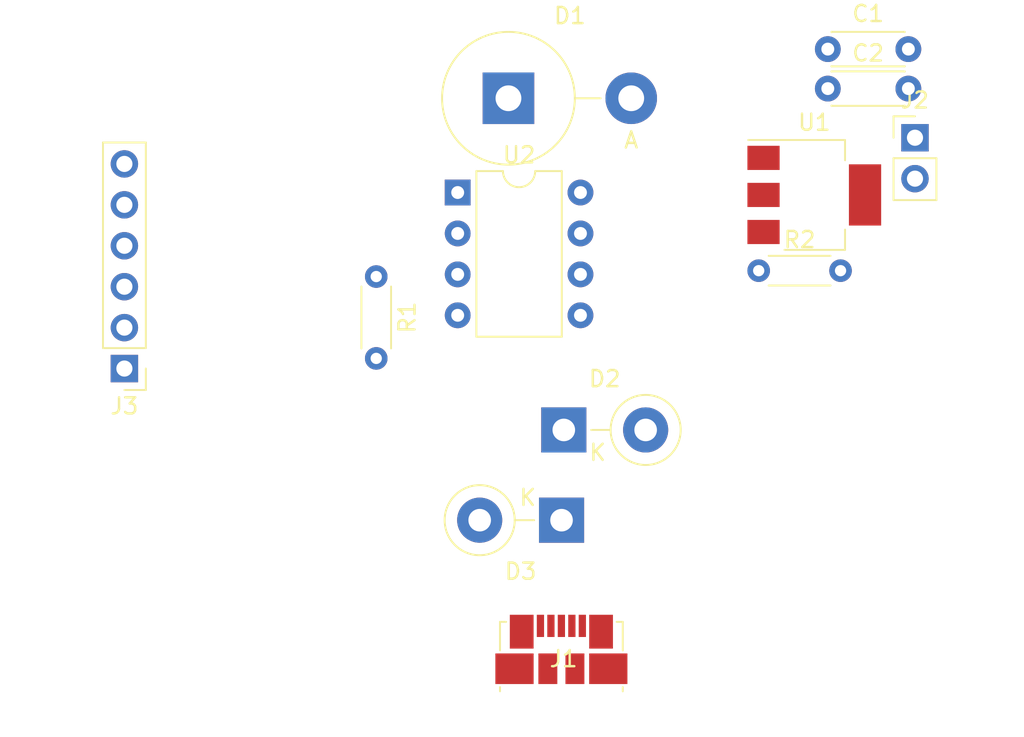
<source format=kicad_pcb>
(kicad_pcb (version 20171130) (host pcbnew "(5.0.2)-1")

  (general
    (thickness 1.6)
    (drawings 0)
    (tracks 0)
    (zones 0)
    (modules 12)
    (nets 13)
  )

  (page A4)
  (layers
    (0 F.Cu signal)
    (31 B.Cu signal)
    (32 B.Adhes user)
    (33 F.Adhes user)
    (34 B.Paste user)
    (35 F.Paste user)
    (36 B.SilkS user)
    (37 F.SilkS user)
    (38 B.Mask user)
    (39 F.Mask user)
    (40 Dwgs.User user)
    (41 Cmts.User user)
    (42 Eco1.User user)
    (43 Eco2.User user)
    (44 Edge.Cuts user)
    (45 Margin user)
    (46 B.CrtYd user)
    (47 F.CrtYd user)
    (48 B.Fab user)
    (49 F.Fab user)
  )

  (setup
    (last_trace_width 0.25)
    (trace_clearance 0.2)
    (zone_clearance 0.508)
    (zone_45_only no)
    (trace_min 0.2)
    (segment_width 0.2)
    (edge_width 0.15)
    (via_size 0.8)
    (via_drill 0.4)
    (via_min_size 0.4)
    (via_min_drill 0.3)
    (uvia_size 0.3)
    (uvia_drill 0.1)
    (uvias_allowed no)
    (uvia_min_size 0.2)
    (uvia_min_drill 0.1)
    (pcb_text_width 0.3)
    (pcb_text_size 1.5 1.5)
    (mod_edge_width 0.15)
    (mod_text_size 1 1)
    (mod_text_width 0.15)
    (pad_size 1.524 1.524)
    (pad_drill 0.762)
    (pad_to_mask_clearance 0.051)
    (solder_mask_min_width 0.25)
    (aux_axis_origin 0 0)
    (visible_elements FFFFFF7F)
    (pcbplotparams
      (layerselection 0x010fc_ffffffff)
      (usegerberextensions false)
      (usegerberattributes false)
      (usegerberadvancedattributes false)
      (creategerberjobfile false)
      (excludeedgelayer true)
      (linewidth 0.100000)
      (plotframeref false)
      (viasonmask false)
      (mode 1)
      (useauxorigin false)
      (hpglpennumber 1)
      (hpglpenspeed 20)
      (hpglpendiameter 15.000000)
      (psnegative false)
      (psa4output false)
      (plotreference true)
      (plotvalue true)
      (plotinvisibletext false)
      (padsonsilk false)
      (subtractmaskfromsilk false)
      (outputformat 1)
      (mirror false)
      (drillshape 1)
      (scaleselection 1)
      (outputdirectory ""))
  )

  (net 0 "")
  (net 1 "Net-(C1-Pad1)")
  (net 2 GND)
  (net 3 Vreg)
  (net 4 +5V)
  (net 5 "Net-(D2-Pad1)")
  (net 6 "Net-(D3-Pad1)")
  (net 7 "Net-(J3-Pad1)")
  (net 8 "Net-(J3-Pad2)")
  (net 9 "Net-(J3-Pad3)")
  (net 10 D-)
  (net 11 D+)
  (net 12 "Net-(J3-Pad6)")

  (net_class Default "Esta es la clase de red por defecto."
    (clearance 0.2)
    (trace_width 0.25)
    (via_dia 0.8)
    (via_drill 0.4)
    (uvia_dia 0.3)
    (uvia_drill 0.1)
    (add_net +5V)
    (add_net D+)
    (add_net D-)
    (add_net GND)
    (add_net "Net-(C1-Pad1)")
    (add_net "Net-(D2-Pad1)")
    (add_net "Net-(D3-Pad1)")
    (add_net "Net-(J3-Pad1)")
    (add_net "Net-(J3-Pad2)")
    (add_net "Net-(J3-Pad3)")
    (add_net "Net-(J3-Pad6)")
    (add_net Vreg)
  )

  (module Capacitor_THT:C_Disc_D4.3mm_W1.9mm_P5.00mm (layer F.Cu) (tedit 5AE50EF0) (tstamp 5CE98B82)
    (at 147.815001 66.615001)
    (descr "C, Disc series, Radial, pin pitch=5.00mm, , diameter*width=4.3*1.9mm^2, Capacitor, http://www.vishay.com/docs/45233/krseries.pdf")
    (tags "C Disc series Radial pin pitch 5.00mm  diameter 4.3mm width 1.9mm Capacitor")
    (path /5CC45ABF)
    (fp_text reference C1 (at 2.5 -2.2) (layer F.SilkS)
      (effects (font (size 1 1) (thickness 0.15)))
    )
    (fp_text value 0.22uF (at 2.5 2.2) (layer F.Fab)
      (effects (font (size 1 1) (thickness 0.15)))
    )
    (fp_line (start 0.35 -0.95) (end 0.35 0.95) (layer F.Fab) (width 0.1))
    (fp_line (start 0.35 0.95) (end 4.65 0.95) (layer F.Fab) (width 0.1))
    (fp_line (start 4.65 0.95) (end 4.65 -0.95) (layer F.Fab) (width 0.1))
    (fp_line (start 4.65 -0.95) (end 0.35 -0.95) (layer F.Fab) (width 0.1))
    (fp_line (start 0.23 -1.07) (end 4.77 -1.07) (layer F.SilkS) (width 0.12))
    (fp_line (start 0.23 1.07) (end 4.77 1.07) (layer F.SilkS) (width 0.12))
    (fp_line (start 0.23 -1.07) (end 0.23 -1.055) (layer F.SilkS) (width 0.12))
    (fp_line (start 0.23 1.055) (end 0.23 1.07) (layer F.SilkS) (width 0.12))
    (fp_line (start 4.77 -1.07) (end 4.77 -1.055) (layer F.SilkS) (width 0.12))
    (fp_line (start 4.77 1.055) (end 4.77 1.07) (layer F.SilkS) (width 0.12))
    (fp_line (start -1.05 -1.2) (end -1.05 1.2) (layer F.CrtYd) (width 0.05))
    (fp_line (start -1.05 1.2) (end 6.05 1.2) (layer F.CrtYd) (width 0.05))
    (fp_line (start 6.05 1.2) (end 6.05 -1.2) (layer F.CrtYd) (width 0.05))
    (fp_line (start 6.05 -1.2) (end -1.05 -1.2) (layer F.CrtYd) (width 0.05))
    (fp_text user %R (at 2.5 0) (layer F.Fab)
      (effects (font (size 0.86 0.86) (thickness 0.129)))
    )
    (pad 1 thru_hole circle (at 0 0) (size 1.6 1.6) (drill 0.8) (layers *.Cu *.Mask)
      (net 1 "Net-(C1-Pad1)"))
    (pad 2 thru_hole circle (at 5 0) (size 1.6 1.6) (drill 0.8) (layers *.Cu *.Mask)
      (net 2 GND))
    (model ${KISYS3DMOD}/Capacitor_THT.3dshapes/C_Disc_D4.3mm_W1.9mm_P5.00mm.wrl
      (at (xyz 0 0 0))
      (scale (xyz 1 1 1))
      (rotate (xyz 0 0 0))
    )
  )

  (module Capacitor_THT:C_Disc_D4.3mm_W1.9mm_P5.00mm (layer F.Cu) (tedit 5AE50EF0) (tstamp 5CE98B97)
    (at 147.815001 69.065001)
    (descr "C, Disc series, Radial, pin pitch=5.00mm, , diameter*width=4.3*1.9mm^2, Capacitor, http://www.vishay.com/docs/45233/krseries.pdf")
    (tags "C Disc series Radial pin pitch 5.00mm  diameter 4.3mm width 1.9mm Capacitor")
    (path /5CC45AF5)
    (fp_text reference C2 (at 2.5 -2.2) (layer F.SilkS)
      (effects (font (size 1 1) (thickness 0.15)))
    )
    (fp_text value 0.1uF (at 2.5 2.2) (layer F.Fab)
      (effects (font (size 1 1) (thickness 0.15)))
    )
    (fp_text user %R (at 2.5 0) (layer F.Fab)
      (effects (font (size 0.86 0.86) (thickness 0.129)))
    )
    (fp_line (start 6.05 -1.2) (end -1.05 -1.2) (layer F.CrtYd) (width 0.05))
    (fp_line (start 6.05 1.2) (end 6.05 -1.2) (layer F.CrtYd) (width 0.05))
    (fp_line (start -1.05 1.2) (end 6.05 1.2) (layer F.CrtYd) (width 0.05))
    (fp_line (start -1.05 -1.2) (end -1.05 1.2) (layer F.CrtYd) (width 0.05))
    (fp_line (start 4.77 1.055) (end 4.77 1.07) (layer F.SilkS) (width 0.12))
    (fp_line (start 4.77 -1.07) (end 4.77 -1.055) (layer F.SilkS) (width 0.12))
    (fp_line (start 0.23 1.055) (end 0.23 1.07) (layer F.SilkS) (width 0.12))
    (fp_line (start 0.23 -1.07) (end 0.23 -1.055) (layer F.SilkS) (width 0.12))
    (fp_line (start 0.23 1.07) (end 4.77 1.07) (layer F.SilkS) (width 0.12))
    (fp_line (start 0.23 -1.07) (end 4.77 -1.07) (layer F.SilkS) (width 0.12))
    (fp_line (start 4.65 -0.95) (end 0.35 -0.95) (layer F.Fab) (width 0.1))
    (fp_line (start 4.65 0.95) (end 4.65 -0.95) (layer F.Fab) (width 0.1))
    (fp_line (start 0.35 0.95) (end 4.65 0.95) (layer F.Fab) (width 0.1))
    (fp_line (start 0.35 -0.95) (end 0.35 0.95) (layer F.Fab) (width 0.1))
    (pad 2 thru_hole circle (at 5 0) (size 1.6 1.6) (drill 0.8) (layers *.Cu *.Mask)
      (net 2 GND))
    (pad 1 thru_hole circle (at 0 0) (size 1.6 1.6) (drill 0.8) (layers *.Cu *.Mask)
      (net 3 Vreg))
    (model ${KISYS3DMOD}/Capacitor_THT.3dshapes/C_Disc_D4.3mm_W1.9mm_P5.00mm.wrl
      (at (xyz 0 0 0))
      (scale (xyz 1 1 1))
      (rotate (xyz 0 0 0))
    )
  )

  (module Diode_THT:D_5KPW_P7.62mm_Vertical_AnodeUp (layer F.Cu) (tedit 5AE50CD5) (tstamp 5CE98BA8)
    (at 127.995001 69.665001)
    (descr "Diode, 5KPW series, Axial, Vertical, pin pitch=7.62mm, , length*diameter=9*8mm^2, , http://www.diodes.com/_files/packages/8686949.gif")
    (tags "Diode 5KPW series Axial Vertical pin pitch 7.62mm  length 9mm diameter 8mm")
    (path /5CC44725)
    (fp_text reference D1 (at 3.81 -5.12) (layer F.SilkS)
      (effects (font (size 1 1) (thickness 0.15)))
    )
    (fp_text value D (at 3.81 5.12) (layer F.Fab)
      (effects (font (size 1 1) (thickness 0.15)))
    )
    (fp_circle (center 0 0) (end 4 0) (layer F.Fab) (width 0.1))
    (fp_circle (center 0 0) (end 4.12 0) (layer F.SilkS) (width 0.12))
    (fp_line (start 0 0) (end 7.62 0) (layer F.Fab) (width 0.1))
    (fp_line (start 4.12 0) (end 5.72 0) (layer F.SilkS) (width 0.12))
    (fp_line (start -4.25 -4.25) (end -4.25 4.25) (layer F.CrtYd) (width 0.05))
    (fp_line (start -4.25 4.25) (end 9.47 4.25) (layer F.CrtYd) (width 0.05))
    (fp_line (start 9.47 4.25) (end 9.47 -4.25) (layer F.CrtYd) (width 0.05))
    (fp_line (start 9.47 -4.25) (end -4.25 -4.25) (layer F.CrtYd) (width 0.05))
    (fp_text user %R (at 0 -2.1) (layer F.Fab)
      (effects (font (size 1 1) (thickness 0.15)))
    )
    (fp_text user A (at 7.62 2.6) (layer F.Fab)
      (effects (font (size 1 1) (thickness 0.15)))
    )
    (fp_text user A (at 7.62 2.6) (layer F.SilkS)
      (effects (font (size 1 1) (thickness 0.15)))
    )
    (pad 1 thru_hole rect (at 0 0) (size 3.2 3.2) (drill 1.6) (layers *.Cu *.Mask)
      (net 4 +5V))
    (pad 2 thru_hole oval (at 7.62 0) (size 3.2 3.2) (drill 1.6) (layers *.Cu *.Mask)
      (net 3 Vreg))
    (model ${KISYS3DMOD}/Diode_THT.3dshapes/D_5KPW_P7.62mm_Vertical_AnodeUp.wrl
      (at (xyz 0 0 0))
      (scale (xyz 1 1 1))
      (rotate (xyz 0 0 0))
    )
  )

  (module Diode_THT:D_5W_P5.08mm_Vertical_KathodeUp (layer F.Cu) (tedit 5AE50CD5) (tstamp 5CE98BB9)
    (at 131.43 90.25)
    (descr "Diode, 5W series, Axial, Vertical, pin pitch=5.08mm, , length*diameter=8.9*3.7mm^2, , http://www.diodes.com/_files/packages/8686949.gif")
    (tags "Diode 5W series Axial Vertical pin pitch 5.08mm  length 8.9mm diameter 3.7mm")
    (path /5CC3C309)
    (fp_text reference D2 (at 2.54 -3.174899) (layer F.SilkS)
      (effects (font (size 1 1) (thickness 0.15)))
    )
    (fp_text value D_Zener (at 2.54 3.174899) (layer F.Fab)
      (effects (font (size 1 1) (thickness 0.15)))
    )
    (fp_circle (center 5.08 0) (end 6.93 0) (layer F.Fab) (width 0.1))
    (fp_circle (center 5.08 0) (end 7.254899 0) (layer F.SilkS) (width 0.12))
    (fp_line (start 0 0) (end 5.08 0) (layer F.Fab) (width 0.1))
    (fp_line (start 2.905101 0) (end 1.7 0) (layer F.SilkS) (width 0.12))
    (fp_line (start -1.65 -2.1) (end -1.65 2.1) (layer F.CrtYd) (width 0.05))
    (fp_line (start -1.65 2.1) (end 7.18 2.1) (layer F.CrtYd) (width 0.05))
    (fp_line (start 7.18 2.1) (end 7.18 -2.1) (layer F.CrtYd) (width 0.05))
    (fp_line (start 7.18 -2.1) (end -1.65 -2.1) (layer F.CrtYd) (width 0.05))
    (fp_text user %R (at 2.54 -3.174899) (layer F.Fab)
      (effects (font (size 1 1) (thickness 0.15)))
    )
    (fp_text user K (at 2.1 1.4) (layer F.Fab)
      (effects (font (size 1 1) (thickness 0.15)))
    )
    (fp_text user K (at 2.1 1.4) (layer F.SilkS)
      (effects (font (size 1 1) (thickness 0.15)))
    )
    (pad 1 thru_hole rect (at 0 0) (size 2.8 2.8) (drill 1.4) (layers *.Cu *.Mask)
      (net 5 "Net-(D2-Pad1)"))
    (pad 2 thru_hole oval (at 5.08 0) (size 2.8 2.8) (drill 1.4) (layers *.Cu *.Mask)
      (net 2 GND))
    (model ${KISYS3DMOD}/Diode_THT.3dshapes/D_5W_P5.08mm_Vertical_KathodeUp.wrl
      (at (xyz 0 0 0))
      (scale (xyz 1 1 1))
      (rotate (xyz 0 0 0))
    )
  )

  (module Diode_THT:D_5W_P5.08mm_Vertical_KathodeUp (layer F.Cu) (tedit 5AE50CD5) (tstamp 5CE98BCA)
    (at 131.29 95.85 180)
    (descr "Diode, 5W series, Axial, Vertical, pin pitch=5.08mm, , length*diameter=8.9*3.7mm^2, , http://www.diodes.com/_files/packages/8686949.gif")
    (tags "Diode 5W series Axial Vertical pin pitch 5.08mm  length 8.9mm diameter 3.7mm")
    (path /5CC3C37E)
    (fp_text reference D3 (at 2.54 -3.174899 180) (layer F.SilkS)
      (effects (font (size 1 1) (thickness 0.15)))
    )
    (fp_text value D_Zener (at 2.54 3.174899 180) (layer F.Fab)
      (effects (font (size 1 1) (thickness 0.15)))
    )
    (fp_text user K (at 2.1 1.4 180) (layer F.SilkS)
      (effects (font (size 1 1) (thickness 0.15)))
    )
    (fp_text user K (at 2.1 1.4 180) (layer F.Fab)
      (effects (font (size 1 1) (thickness 0.15)))
    )
    (fp_text user %R (at 2.54 -3.174899 180) (layer F.Fab)
      (effects (font (size 1 1) (thickness 0.15)))
    )
    (fp_line (start 7.18 -2.1) (end -1.65 -2.1) (layer F.CrtYd) (width 0.05))
    (fp_line (start 7.18 2.1) (end 7.18 -2.1) (layer F.CrtYd) (width 0.05))
    (fp_line (start -1.65 2.1) (end 7.18 2.1) (layer F.CrtYd) (width 0.05))
    (fp_line (start -1.65 -2.1) (end -1.65 2.1) (layer F.CrtYd) (width 0.05))
    (fp_line (start 2.905101 0) (end 1.7 0) (layer F.SilkS) (width 0.12))
    (fp_line (start 0 0) (end 5.08 0) (layer F.Fab) (width 0.1))
    (fp_circle (center 5.08 0) (end 7.254899 0) (layer F.SilkS) (width 0.12))
    (fp_circle (center 5.08 0) (end 6.93 0) (layer F.Fab) (width 0.1))
    (pad 2 thru_hole oval (at 5.08 0 180) (size 2.8 2.8) (drill 1.4) (layers *.Cu *.Mask)
      (net 2 GND))
    (pad 1 thru_hole rect (at 0 0 180) (size 2.8 2.8) (drill 1.4) (layers *.Cu *.Mask)
      (net 6 "Net-(D3-Pad1)"))
    (model ${KISYS3DMOD}/Diode_THT.3dshapes/D_5W_P5.08mm_Vertical_KathodeUp.wrl
      (at (xyz 0 0 0))
      (scale (xyz 1 1 1))
      (rotate (xyz 0 0 0))
    )
  )

  (module Connector_USB:USB_Micro-B_Molex_47346-0001 (layer F.Cu) (tedit 5A1DC0BD) (tstamp 5CE98BEA)
    (at 131.28 103.87)
    (descr "Micro USB B receptable with flange, bottom-mount, SMD, right-angle (http://www.molex.com/pdm_docs/sd/473460001_sd.pdf)")
    (tags "Micro B USB SMD")
    (path /5CC4903C)
    (attr smd)
    (fp_text reference J1 (at 0.134999 0.584999 180) (layer F.SilkS)
      (effects (font (size 1 1) (thickness 0.15)))
    )
    (fp_text value USB_B_Micro (at 0 4.6 180) (layer F.Fab)
      (effects (font (size 1 1) (thickness 0.15)))
    )
    (fp_text user "PCB Edge" (at 0 2.67 180) (layer Dwgs.User)
      (effects (font (size 0.4 0.4) (thickness 0.04)))
    )
    (fp_text user %R (at 0 1.2) (layer F.Fab)
      (effects (font (size 1 1) (thickness 0.15)))
    )
    (fp_line (start 3.81 -1.71) (end 3.43 -1.71) (layer F.SilkS) (width 0.12))
    (fp_line (start 4.6 3.9) (end -4.6 3.9) (layer F.CrtYd) (width 0.05))
    (fp_line (start 4.6 -2.7) (end 4.6 3.9) (layer F.CrtYd) (width 0.05))
    (fp_line (start -4.6 -2.7) (end 4.6 -2.7) (layer F.CrtYd) (width 0.05))
    (fp_line (start -4.6 3.9) (end -4.6 -2.7) (layer F.CrtYd) (width 0.05))
    (fp_line (start 3.75 3.35) (end -3.75 3.35) (layer F.Fab) (width 0.1))
    (fp_line (start 3.75 -1.65) (end 3.75 3.35) (layer F.Fab) (width 0.1))
    (fp_line (start -3.75 -1.65) (end 3.75 -1.65) (layer F.Fab) (width 0.1))
    (fp_line (start -3.75 3.35) (end -3.75 -1.65) (layer F.Fab) (width 0.1))
    (fp_line (start 3.81 2.34) (end 3.81 2.6) (layer F.SilkS) (width 0.12))
    (fp_line (start 3.81 -1.71) (end 3.81 0.06) (layer F.SilkS) (width 0.12))
    (fp_line (start -3.81 -1.71) (end -3.43 -1.71) (layer F.SilkS) (width 0.12))
    (fp_line (start -3.81 0.06) (end -3.81 -1.71) (layer F.SilkS) (width 0.12))
    (fp_line (start -3.81 2.6) (end -3.81 2.34) (layer F.SilkS) (width 0.12))
    (fp_line (start -3.25 2.65) (end 3.25 2.65) (layer F.Fab) (width 0.1))
    (pad 1 smd rect (at -1.3 -1.46) (size 0.45 1.38) (layers F.Cu F.Paste F.Mask)
      (net 4 +5V))
    (pad 2 smd rect (at -0.65 -1.46) (size 0.45 1.38) (layers F.Cu F.Paste F.Mask)
      (net 5 "Net-(D2-Pad1)"))
    (pad 3 smd rect (at 0 -1.46) (size 0.45 1.38) (layers F.Cu F.Paste F.Mask)
      (net 6 "Net-(D3-Pad1)"))
    (pad 4 smd rect (at 0.65 -1.46) (size 0.45 1.38) (layers F.Cu F.Paste F.Mask))
    (pad 5 smd rect (at 1.3 -1.46) (size 0.45 1.38) (layers F.Cu F.Paste F.Mask)
      (net 2 GND))
    (pad 6 smd rect (at -2.4625 -1.1) (size 1.475 2.1) (layers F.Cu F.Paste F.Mask)
      (net 2 GND))
    (pad 6 smd rect (at 2.4625 -1.1) (size 1.475 2.1) (layers F.Cu F.Paste F.Mask)
      (net 2 GND))
    (pad 6 smd rect (at -2.91 1.2) (size 2.375 1.9) (layers F.Cu F.Paste F.Mask)
      (net 2 GND))
    (pad 6 smd rect (at 2.91 1.2) (size 2.375 1.9) (layers F.Cu F.Paste F.Mask)
      (net 2 GND))
    (pad 6 smd rect (at -0.84 1.2) (size 1.175 1.9) (layers F.Cu F.Paste F.Mask)
      (net 2 GND))
    (pad 6 smd rect (at 0.84 1.2) (size 1.175 1.9) (layers F.Cu F.Paste F.Mask)
      (net 2 GND))
    (model ${KISYS3DMOD}/Connector_USB.3dshapes/USB_Micro-B_Molex_47346-0001.wrl
      (at (xyz 0 0 0))
      (scale (xyz 1 1 1))
      (rotate (xyz 0 0 0))
    )
  )

  (module Connector_PinHeader_2.54mm:PinHeader_1x02_P2.54mm_Vertical (layer F.Cu) (tedit 59FED5CC) (tstamp 5CE98C00)
    (at 153.225001 72.115001)
    (descr "Through hole straight pin header, 1x02, 2.54mm pitch, single row")
    (tags "Through hole pin header THT 1x02 2.54mm single row")
    (path /5CC41764)
    (fp_text reference J2 (at 0 -2.33) (layer F.SilkS)
      (effects (font (size 1 1) (thickness 0.15)))
    )
    (fp_text value Conn_01x02_Male (at 0 4.87) (layer F.Fab)
      (effects (font (size 1 1) (thickness 0.15)))
    )
    (fp_line (start -0.635 -1.27) (end 1.27 -1.27) (layer F.Fab) (width 0.1))
    (fp_line (start 1.27 -1.27) (end 1.27 3.81) (layer F.Fab) (width 0.1))
    (fp_line (start 1.27 3.81) (end -1.27 3.81) (layer F.Fab) (width 0.1))
    (fp_line (start -1.27 3.81) (end -1.27 -0.635) (layer F.Fab) (width 0.1))
    (fp_line (start -1.27 -0.635) (end -0.635 -1.27) (layer F.Fab) (width 0.1))
    (fp_line (start -1.33 3.87) (end 1.33 3.87) (layer F.SilkS) (width 0.12))
    (fp_line (start -1.33 1.27) (end -1.33 3.87) (layer F.SilkS) (width 0.12))
    (fp_line (start 1.33 1.27) (end 1.33 3.87) (layer F.SilkS) (width 0.12))
    (fp_line (start -1.33 1.27) (end 1.33 1.27) (layer F.SilkS) (width 0.12))
    (fp_line (start -1.33 0) (end -1.33 -1.33) (layer F.SilkS) (width 0.12))
    (fp_line (start -1.33 -1.33) (end 0 -1.33) (layer F.SilkS) (width 0.12))
    (fp_line (start -1.8 -1.8) (end -1.8 4.35) (layer F.CrtYd) (width 0.05))
    (fp_line (start -1.8 4.35) (end 1.8 4.35) (layer F.CrtYd) (width 0.05))
    (fp_line (start 1.8 4.35) (end 1.8 -1.8) (layer F.CrtYd) (width 0.05))
    (fp_line (start 1.8 -1.8) (end -1.8 -1.8) (layer F.CrtYd) (width 0.05))
    (fp_text user %R (at 0 1.27 90) (layer F.Fab)
      (effects (font (size 1 1) (thickness 0.15)))
    )
    (pad 1 thru_hole rect (at 0 0) (size 1.7 1.7) (drill 1) (layers *.Cu *.Mask)
      (net 1 "Net-(C1-Pad1)"))
    (pad 2 thru_hole oval (at 0 2.54) (size 1.7 1.7) (drill 1) (layers *.Cu *.Mask)
      (net 2 GND))
    (model ${KISYS3DMOD}/Connector_PinHeader_2.54mm.3dshapes/PinHeader_1x02_P2.54mm_Vertical.wrl
      (at (xyz 0 0 0))
      (scale (xyz 1 1 1))
      (rotate (xyz 0 0 0))
    )
  )

  (module Connector_PinHeader_2.54mm:PinHeader_1x06_P2.54mm_Vertical (layer F.Cu) (tedit 59FED5CC) (tstamp 5CE98C1A)
    (at 104.16 86.44 180)
    (descr "Through hole straight pin header, 1x06, 2.54mm pitch, single row")
    (tags "Through hole pin header THT 1x06 2.54mm single row")
    (path /5CC3FDFB)
    (fp_text reference J3 (at 0 -2.33 180) (layer F.SilkS)
      (effects (font (size 1 1) (thickness 0.15)))
    )
    (fp_text value Conn_01x06_Female (at 0 15.03 180) (layer F.Fab)
      (effects (font (size 1 1) (thickness 0.15)))
    )
    (fp_line (start -0.635 -1.27) (end 1.27 -1.27) (layer F.Fab) (width 0.1))
    (fp_line (start 1.27 -1.27) (end 1.27 13.97) (layer F.Fab) (width 0.1))
    (fp_line (start 1.27 13.97) (end -1.27 13.97) (layer F.Fab) (width 0.1))
    (fp_line (start -1.27 13.97) (end -1.27 -0.635) (layer F.Fab) (width 0.1))
    (fp_line (start -1.27 -0.635) (end -0.635 -1.27) (layer F.Fab) (width 0.1))
    (fp_line (start -1.33 14.03) (end 1.33 14.03) (layer F.SilkS) (width 0.12))
    (fp_line (start -1.33 1.27) (end -1.33 14.03) (layer F.SilkS) (width 0.12))
    (fp_line (start 1.33 1.27) (end 1.33 14.03) (layer F.SilkS) (width 0.12))
    (fp_line (start -1.33 1.27) (end 1.33 1.27) (layer F.SilkS) (width 0.12))
    (fp_line (start -1.33 0) (end -1.33 -1.33) (layer F.SilkS) (width 0.12))
    (fp_line (start -1.33 -1.33) (end 0 -1.33) (layer F.SilkS) (width 0.12))
    (fp_line (start -1.8 -1.8) (end -1.8 14.5) (layer F.CrtYd) (width 0.05))
    (fp_line (start -1.8 14.5) (end 1.8 14.5) (layer F.CrtYd) (width 0.05))
    (fp_line (start 1.8 14.5) (end 1.8 -1.8) (layer F.CrtYd) (width 0.05))
    (fp_line (start 1.8 -1.8) (end -1.8 -1.8) (layer F.CrtYd) (width 0.05))
    (fp_text user %R (at 0 6.35 270) (layer F.Fab)
      (effects (font (size 1 1) (thickness 0.15)))
    )
    (pad 1 thru_hole rect (at 0 0 180) (size 1.7 1.7) (drill 1) (layers *.Cu *.Mask)
      (net 7 "Net-(J3-Pad1)"))
    (pad 2 thru_hole oval (at 0 2.54 180) (size 1.7 1.7) (drill 1) (layers *.Cu *.Mask)
      (net 8 "Net-(J3-Pad2)"))
    (pad 3 thru_hole oval (at 0 5.08 180) (size 1.7 1.7) (drill 1) (layers *.Cu *.Mask)
      (net 9 "Net-(J3-Pad3)"))
    (pad 4 thru_hole oval (at 0 7.62 180) (size 1.7 1.7) (drill 1) (layers *.Cu *.Mask)
      (net 10 D-))
    (pad 5 thru_hole oval (at 0 10.16 180) (size 1.7 1.7) (drill 1) (layers *.Cu *.Mask)
      (net 11 D+))
    (pad 6 thru_hole oval (at 0 12.7 180) (size 1.7 1.7) (drill 1) (layers *.Cu *.Mask)
      (net 12 "Net-(J3-Pad6)"))
    (model ${KISYS3DMOD}/Connector_PinHeader_2.54mm.3dshapes/PinHeader_1x06_P2.54mm_Vertical.wrl
      (at (xyz 0 0 0))
      (scale (xyz 1 1 1))
      (rotate (xyz 0 0 0))
    )
  )

  (module Resistor_THT:R_Axial_DIN0204_L3.6mm_D1.6mm_P5.08mm_Horizontal (layer F.Cu) (tedit 5AE5139B) (tstamp 5CE98C2D)
    (at 119.79 80.73 270)
    (descr "Resistor, Axial_DIN0204 series, Axial, Horizontal, pin pitch=5.08mm, 0.167W, length*diameter=3.6*1.6mm^2, http://cdn-reichelt.de/documents/datenblatt/B400/1_4W%23YAG.pdf")
    (tags "Resistor Axial_DIN0204 series Axial Horizontal pin pitch 5.08mm 0.167W length 3.6mm diameter 1.6mm")
    (path /5CC3D696)
    (fp_text reference R1 (at 2.54 -1.92 270) (layer F.SilkS)
      (effects (font (size 1 1) (thickness 0.15)))
    )
    (fp_text value 65.5R (at 2.54 1.92 270) (layer F.Fab)
      (effects (font (size 1 1) (thickness 0.15)))
    )
    (fp_line (start 0.74 -0.8) (end 0.74 0.8) (layer F.Fab) (width 0.1))
    (fp_line (start 0.74 0.8) (end 4.34 0.8) (layer F.Fab) (width 0.1))
    (fp_line (start 4.34 0.8) (end 4.34 -0.8) (layer F.Fab) (width 0.1))
    (fp_line (start 4.34 -0.8) (end 0.74 -0.8) (layer F.Fab) (width 0.1))
    (fp_line (start 0 0) (end 0.74 0) (layer F.Fab) (width 0.1))
    (fp_line (start 5.08 0) (end 4.34 0) (layer F.Fab) (width 0.1))
    (fp_line (start 0.62 -0.92) (end 4.46 -0.92) (layer F.SilkS) (width 0.12))
    (fp_line (start 0.62 0.92) (end 4.46 0.92) (layer F.SilkS) (width 0.12))
    (fp_line (start -0.95 -1.05) (end -0.95 1.05) (layer F.CrtYd) (width 0.05))
    (fp_line (start -0.95 1.05) (end 6.03 1.05) (layer F.CrtYd) (width 0.05))
    (fp_line (start 6.03 1.05) (end 6.03 -1.05) (layer F.CrtYd) (width 0.05))
    (fp_line (start 6.03 -1.05) (end -0.95 -1.05) (layer F.CrtYd) (width 0.05))
    (fp_text user %R (at 2.54 0 270) (layer F.Fab)
      (effects (font (size 0.72 0.72) (thickness 0.108)))
    )
    (pad 1 thru_hole circle (at 0 0 270) (size 1.4 1.4) (drill 0.7) (layers *.Cu *.Mask)
      (net 11 D+))
    (pad 2 thru_hole oval (at 5.08 0 270) (size 1.4 1.4) (drill 0.7) (layers *.Cu *.Mask)
      (net 6 "Net-(D3-Pad1)"))
    (model ${KISYS3DMOD}/Resistor_THT.3dshapes/R_Axial_DIN0204_L3.6mm_D1.6mm_P5.08mm_Horizontal.wrl
      (at (xyz 0 0 0))
      (scale (xyz 1 1 1))
      (rotate (xyz 0 0 0))
    )
  )

  (module Resistor_THT:R_Axial_DIN0204_L3.6mm_D1.6mm_P5.08mm_Horizontal (layer F.Cu) (tedit 5AE5139B) (tstamp 5CE98C40)
    (at 143.525001 80.365001)
    (descr "Resistor, Axial_DIN0204 series, Axial, Horizontal, pin pitch=5.08mm, 0.167W, length*diameter=3.6*1.6mm^2, http://cdn-reichelt.de/documents/datenblatt/B400/1_4W%23YAG.pdf")
    (tags "Resistor Axial_DIN0204 series Axial Horizontal pin pitch 5.08mm 0.167W length 3.6mm diameter 1.6mm")
    (path /5CC3D711)
    (fp_text reference R2 (at 2.54 -1.92) (layer F.SilkS)
      (effects (font (size 1 1) (thickness 0.15)))
    )
    (fp_text value 65.5R (at 2.54 1.92) (layer F.Fab)
      (effects (font (size 1 1) (thickness 0.15)))
    )
    (fp_text user %R (at 2.54 0) (layer F.Fab)
      (effects (font (size 0.72 0.72) (thickness 0.108)))
    )
    (fp_line (start 6.03 -1.05) (end -0.95 -1.05) (layer F.CrtYd) (width 0.05))
    (fp_line (start 6.03 1.05) (end 6.03 -1.05) (layer F.CrtYd) (width 0.05))
    (fp_line (start -0.95 1.05) (end 6.03 1.05) (layer F.CrtYd) (width 0.05))
    (fp_line (start -0.95 -1.05) (end -0.95 1.05) (layer F.CrtYd) (width 0.05))
    (fp_line (start 0.62 0.92) (end 4.46 0.92) (layer F.SilkS) (width 0.12))
    (fp_line (start 0.62 -0.92) (end 4.46 -0.92) (layer F.SilkS) (width 0.12))
    (fp_line (start 5.08 0) (end 4.34 0) (layer F.Fab) (width 0.1))
    (fp_line (start 0 0) (end 0.74 0) (layer F.Fab) (width 0.1))
    (fp_line (start 4.34 -0.8) (end 0.74 -0.8) (layer F.Fab) (width 0.1))
    (fp_line (start 4.34 0.8) (end 4.34 -0.8) (layer F.Fab) (width 0.1))
    (fp_line (start 0.74 0.8) (end 4.34 0.8) (layer F.Fab) (width 0.1))
    (fp_line (start 0.74 -0.8) (end 0.74 0.8) (layer F.Fab) (width 0.1))
    (pad 2 thru_hole oval (at 5.08 0) (size 1.4 1.4) (drill 0.7) (layers *.Cu *.Mask)
      (net 5 "Net-(D2-Pad1)"))
    (pad 1 thru_hole circle (at 0 0) (size 1.4 1.4) (drill 0.7) (layers *.Cu *.Mask)
      (net 10 D-))
    (model ${KISYS3DMOD}/Resistor_THT.3dshapes/R_Axial_DIN0204_L3.6mm_D1.6mm_P5.08mm_Horizontal.wrl
      (at (xyz 0 0 0))
      (scale (xyz 1 1 1))
      (rotate (xyz 0 0 0))
    )
  )

  (module Package_TO_SOT_SMD:SOT-223 (layer F.Cu) (tedit 5A02FF57) (tstamp 5CE98C56)
    (at 146.975001 75.665001)
    (descr "module CMS SOT223 4 pins")
    (tags "CMS SOT")
    (path /5CC4153B)
    (attr smd)
    (fp_text reference U1 (at 0 -4.5) (layer F.SilkS)
      (effects (font (size 1 1) (thickness 0.15)))
    )
    (fp_text value LM7805CT_Obsolete (at 0 4.5) (layer F.Fab)
      (effects (font (size 1 1) (thickness 0.15)))
    )
    (fp_text user %R (at 0 0 90) (layer F.Fab)
      (effects (font (size 0.8 0.8) (thickness 0.12)))
    )
    (fp_line (start -1.85 -2.3) (end -0.8 -3.35) (layer F.Fab) (width 0.1))
    (fp_line (start 1.91 3.41) (end 1.91 2.15) (layer F.SilkS) (width 0.12))
    (fp_line (start 1.91 -3.41) (end 1.91 -2.15) (layer F.SilkS) (width 0.12))
    (fp_line (start 4.4 -3.6) (end -4.4 -3.6) (layer F.CrtYd) (width 0.05))
    (fp_line (start 4.4 3.6) (end 4.4 -3.6) (layer F.CrtYd) (width 0.05))
    (fp_line (start -4.4 3.6) (end 4.4 3.6) (layer F.CrtYd) (width 0.05))
    (fp_line (start -4.4 -3.6) (end -4.4 3.6) (layer F.CrtYd) (width 0.05))
    (fp_line (start -1.85 -2.3) (end -1.85 3.35) (layer F.Fab) (width 0.1))
    (fp_line (start -1.85 3.41) (end 1.91 3.41) (layer F.SilkS) (width 0.12))
    (fp_line (start -0.8 -3.35) (end 1.85 -3.35) (layer F.Fab) (width 0.1))
    (fp_line (start -4.1 -3.41) (end 1.91 -3.41) (layer F.SilkS) (width 0.12))
    (fp_line (start -1.85 3.35) (end 1.85 3.35) (layer F.Fab) (width 0.1))
    (fp_line (start 1.85 -3.35) (end 1.85 3.35) (layer F.Fab) (width 0.1))
    (pad 4 smd rect (at 3.15 0) (size 2 3.8) (layers F.Cu F.Paste F.Mask))
    (pad 2 smd rect (at -3.15 0) (size 2 1.5) (layers F.Cu F.Paste F.Mask)
      (net 2 GND))
    (pad 3 smd rect (at -3.15 2.3) (size 2 1.5) (layers F.Cu F.Paste F.Mask)
      (net 3 Vreg))
    (pad 1 smd rect (at -3.15 -2.3) (size 2 1.5) (layers F.Cu F.Paste F.Mask)
      (net 1 "Net-(C1-Pad1)"))
    (model ${KISYS3DMOD}/Package_TO_SOT_SMD.3dshapes/SOT-223.wrl
      (at (xyz 0 0 0))
      (scale (xyz 1 1 1))
      (rotate (xyz 0 0 0))
    )
  )

  (module Package_DIP:DIP-8_W7.62mm (layer F.Cu) (tedit 5A02E8C5) (tstamp 5CE98C72)
    (at 124.845001 75.515001)
    (descr "8-lead though-hole mounted DIP package, row spacing 7.62 mm (300 mils)")
    (tags "THT DIP DIL PDIP 2.54mm 7.62mm 300mil")
    (path /5CC3B5A7)
    (fp_text reference U2 (at 3.81 -2.33) (layer F.SilkS)
      (effects (font (size 1 1) (thickness 0.15)))
    )
    (fp_text value ATTINY85-20PU (at 3.81 9.95) (layer F.Fab)
      (effects (font (size 1 1) (thickness 0.15)))
    )
    (fp_arc (start 3.81 -1.33) (end 2.81 -1.33) (angle -180) (layer F.SilkS) (width 0.12))
    (fp_line (start 1.635 -1.27) (end 6.985 -1.27) (layer F.Fab) (width 0.1))
    (fp_line (start 6.985 -1.27) (end 6.985 8.89) (layer F.Fab) (width 0.1))
    (fp_line (start 6.985 8.89) (end 0.635 8.89) (layer F.Fab) (width 0.1))
    (fp_line (start 0.635 8.89) (end 0.635 -0.27) (layer F.Fab) (width 0.1))
    (fp_line (start 0.635 -0.27) (end 1.635 -1.27) (layer F.Fab) (width 0.1))
    (fp_line (start 2.81 -1.33) (end 1.16 -1.33) (layer F.SilkS) (width 0.12))
    (fp_line (start 1.16 -1.33) (end 1.16 8.95) (layer F.SilkS) (width 0.12))
    (fp_line (start 1.16 8.95) (end 6.46 8.95) (layer F.SilkS) (width 0.12))
    (fp_line (start 6.46 8.95) (end 6.46 -1.33) (layer F.SilkS) (width 0.12))
    (fp_line (start 6.46 -1.33) (end 4.81 -1.33) (layer F.SilkS) (width 0.12))
    (fp_line (start -1.1 -1.55) (end -1.1 9.15) (layer F.CrtYd) (width 0.05))
    (fp_line (start -1.1 9.15) (end 8.7 9.15) (layer F.CrtYd) (width 0.05))
    (fp_line (start 8.7 9.15) (end 8.7 -1.55) (layer F.CrtYd) (width 0.05))
    (fp_line (start 8.7 -1.55) (end -1.1 -1.55) (layer F.CrtYd) (width 0.05))
    (fp_text user %R (at 3.81 3.81) (layer F.Fab)
      (effects (font (size 1 1) (thickness 0.15)))
    )
    (pad 1 thru_hole rect (at 0 0) (size 1.6 1.6) (drill 0.8) (layers *.Cu *.Mask)
      (net 12 "Net-(J3-Pad6)"))
    (pad 5 thru_hole oval (at 7.62 7.62) (size 1.6 1.6) (drill 0.8) (layers *.Cu *.Mask)
      (net 7 "Net-(J3-Pad1)"))
    (pad 2 thru_hole oval (at 0 2.54) (size 1.6 1.6) (drill 0.8) (layers *.Cu *.Mask)
      (net 10 D-))
    (pad 6 thru_hole oval (at 7.62 5.08) (size 1.6 1.6) (drill 0.8) (layers *.Cu *.Mask)
      (net 8 "Net-(J3-Pad2)"))
    (pad 3 thru_hole oval (at 0 5.08) (size 1.6 1.6) (drill 0.8) (layers *.Cu *.Mask)
      (net 11 D+))
    (pad 7 thru_hole oval (at 7.62 2.54) (size 1.6 1.6) (drill 0.8) (layers *.Cu *.Mask)
      (net 9 "Net-(J3-Pad3)"))
    (pad 4 thru_hole oval (at 0 7.62) (size 1.6 1.6) (drill 0.8) (layers *.Cu *.Mask)
      (net 2 GND))
    (pad 8 thru_hole oval (at 7.62 0) (size 1.6 1.6) (drill 0.8) (layers *.Cu *.Mask)
      (net 4 +5V))
    (model ${KISYS3DMOD}/Package_DIP.3dshapes/DIP-8_W7.62mm.wrl
      (at (xyz 0 0 0))
      (scale (xyz 1 1 1))
      (rotate (xyz 0 0 0))
    )
  )

)

</source>
